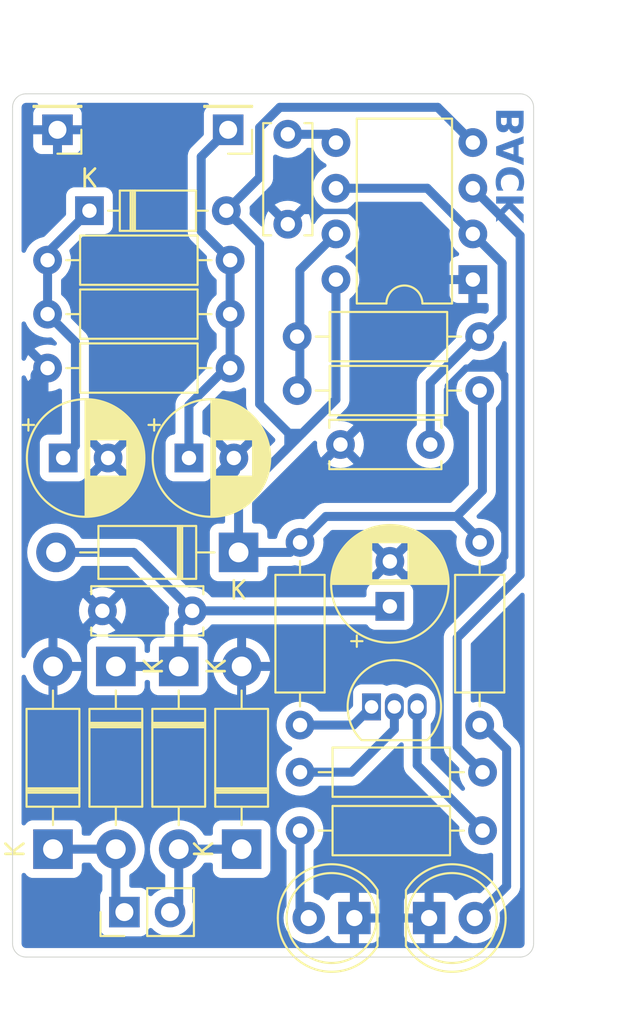
<source format=kicad_pcb>
(kicad_pcb (version 20240108) (generator "pcbnew") (generator_version "8.0")
  (layers (0 "F.Cu" signal) (31 "B.Cu" signal) (34 "B.Paste" user) (35 "F.Paste" user) (36 "B.SilkS" user "B.Silkscreen") (37 "F.SilkS" user "F.Silkscreen") (38 "B.Mask" user) (39 "F.Mask" user) (44 "Edge.Cuts" user))
  (net 0 "")
  (net 1 "GND")
  (net 2 "Net-(D1-K)")
  (net 3 "VCCQ")
  (net 4 "VCC")
  (net 5 "Net-(D2-A)")
  (net 6 "Net-(D4-K)")
  (net 7 "BCE")
  (net 8 "Net-(Q1-E)")
  (net 9 "Net-(Q1-C)")
  (net 10 "DC_OUT")
  (net 11 "Net-(D7-A)")
  (net 12 "Net-(D8-A)")
  (net 13 "DIS")
  (net 14 "TR")
  (net 15 "Net-(U1-Q)")
  (net 16 "Net-(U1-CV)")
  (footprint "Capacitor_THT:CP_Radial_D6.3mm_P2.50mm" (layer "F.Cu") (at 170.81762 62)
    (property "Reference" "C2" (hide yes))
    (property "Value" "1uF/50V")
    (pad "1" thru_hole rect (at 0 0) (size 1.6 1.6) (drill 0.8) (layers "*.Cu" "*.Mask") (net 10 "DC_OUT"))
    (pad "2" thru_hole circle (at 2.5 0) (size 1.6 1.6) (drill 0.8) (layers "*.Cu" "*.Mask") (net 1 "GND"))
  )
  (footprint "Resistor_THT:R_Axial_DIN0207_L6.3mm_D2.5mm_P10.16mm_Horizontal" (layer "F.Cu") (at 176.84 58.25)
    (property "Reference" "R9" (hide yes))
    (property "Value" "1.1M")
    (pad "1" thru_hole circle (at 0 0) (size 1.6 1.6) (drill 0.8) (layers "*.Cu" "*.Mask") (net 13 "DIS"))
    (pad "2" thru_hole oval (at 10.16 0) (size 1.6 1.6) (drill 0.8) (layers "*.Cu" "*.Mask") (net 4 "VCC"))
  )
  (footprint "Connector_PinHeader_2.54mm:PinHeader_1x01_P2.54mm_Vertical" (layer "F.Cu") (at 163.5 43.75 180)
    (property "Reference" "J4" (hide yes))
    (property "Value" "DC")
    (pad "1" thru_hole rect (at 0 0 180) (size 1.7 1.7) (drill 1) (layers "*.Cu" "*.Mask") (net 1 "GND"))
  )
  (footprint "Resistor_THT:R_Axial_DIN0207_L6.3mm_D2.5mm_P10.16mm_Horizontal" (layer "F.Cu") (at 187 66.69 -90)
    (property "Reference" "R5" (hide yes))
    (property "Value" "470R")
    (pad "1" thru_hole circle (at 0 0 270) (size 1.6 1.6) (drill 0.8) (layers "*.Cu" "*.Mask") (net 4 "VCC"))
    (pad "2" thru_hole oval (at 10.16 0 270) (size 1.6 1.6) (drill 0.8) (layers "*.Cu" "*.Mask") (net 12 "Net-(D8-A)"))
  )
  (footprint "Capacitor_THT:C_Disc_D6.0mm_W2.5mm_P5.00mm" (layer "F.Cu") (at 176.32 44 -90)
    (property "Reference" "C6" (hide yes))
    (property "Value" "10nF")
    (pad "1" thru_hole circle (at 0 0 270) (size 1.6 1.6) (drill 0.8) (layers "*.Cu" "*.Mask") (net 16 "Net-(U1-CV)"))
    (pad "2" thru_hole circle (at 5 0 270) (size 1.6 1.6) (drill 0.8) (layers "*.Cu" "*.Mask") (net 1 "GND"))
  )
  (footprint "Resistor_THT:R_Axial_DIN0207_L6.3mm_D2.5mm_P10.16mm_Horizontal" (layer "F.Cu") (at 162.95 57)
    (property "Reference" "R3" (hide yes))
    (property "Value" "2.7k")
    (pad "1" thru_hole circle (at 0 0) (size 1.6 1.6) (drill 0.8) (layers "*.Cu" "*.Mask") (net 1 "GND"))
    (pad "2" thru_hole oval (at 10.16 0) (size 1.6 1.6) (drill 0.8) (layers "*.Cu" "*.Mask") (net 10 "DC_OUT"))
  )
  (footprint "Capacitor_THT:C_Disc_D6.0mm_W2.5mm_P5.00mm" (layer "F.Cu") (at 166 70.5)
    (property "Reference" "C4" (hide yes))
    (property "Value" "100pF")
    (pad "1" thru_hole circle (at 0 0) (size 1.6 1.6) (drill 0.8) (layers "*.Cu" "*.Mask") (net 1 "GND"))
    (pad "2" thru_hole circle (at 5 0) (size 1.6 1.6) (drill 0.8) (layers "*.Cu" "*.Mask") (net 3 "VCCQ"))
  )
  (footprint "Resistor_THT:R_Axial_DIN0207_L6.3mm_D2.5mm_P10.16mm_Horizontal" (layer "F.Cu") (at 162.95 51)
    (property "Reference" "R2" (hide yes))
    (property "Value" "15k")
    (pad "1" thru_hole circle (at 0 0) (size 1.6 1.6) (drill 0.8) (layers "*.Cu" "*.Mask") (net 2 "Net-(D1-K)"))
    (pad "2" thru_hole oval (at 10.16 0) (size 1.6 1.6) (drill 0.8) (layers "*.Cu" "*.Mask") (net 10 "DC_OUT"))
  )
  (footprint "Package_DIP:DIP-8_W7.62mm" (layer "F.Cu") (at 186.62 52.08 180)
    (property "Reference" "U1" (hide yes))
    (property "Value" "NE555P")
    (pad "1" thru_hole rect (at 0 0 180) (size 1.6 1.6) (drill 0.8) (layers "*.Cu" "*.Mask") (net 1 "GND"))
    (pad "2" thru_hole oval (at 0 2.54 180) (size 1.6 1.6) (drill 0.8) (layers "*.Cu" "*.Mask") (net 14 "TR"))
    (pad "3" thru_hole oval (at 0 5.08 180) (size 1.6 1.6) (drill 0.8) (layers "*.Cu" "*.Mask") (net 15 "Net-(U1-Q)"))
    (pad "4" thru_hole oval (at 0 7.62 180) (size 1.6 1.6) (drill 0.8) (layers "*.Cu" "*.Mask") (net 4 "VCC"))
    (pad "5" thru_hole oval (at 7.62 7.62 180) (size 1.6 1.6) (drill 0.8) (layers "*.Cu" "*.Mask") (net 16 "Net-(U1-CV)"))
    (pad "6" thru_hole oval (at 7.62 5.08 180) (size 1.6 1.6) (drill 0.8) (layers "*.Cu" "*.Mask") (net 14 "TR"))
    (pad "7" thru_hole oval (at 7.62 2.54 180) (size 1.6 1.6) (drill 0.8) (layers "*.Cu" "*.Mask") (net 13 "DIS"))
    (pad "8" thru_hole oval (at 7.62 0 180) (size 1.6 1.6) (drill 0.8) (layers "*.Cu" "*.Mask") (net 4 "VCC"))
  )
  (footprint "Diode_THT:D_DO-41_SOD81_P10.16mm_Horizontal" (layer "F.Cu") (at 166.75 73.59 -90)
    (property "Reference" "D2" (hide yes))
    (property "Value" "1N4007")
    (fp_text user "K" (at 0 -2.1 90) (layer "F.SilkS"))
    (pad "1" thru_hole rect (at 0 0 270) (size 2.2 2.2) (drill 1.1) (layers "*.Cu" "*.Mask") (net 3 "VCCQ"))
    (pad "2" thru_hole oval (at 10.16 0 270) (size 2.2 2.2) (drill 1.1) (layers "*.Cu" "*.Mask") (net 5 "Net-(D2-A)"))
  )
  (footprint "Resistor_THT:R_Axial_DIN0207_L6.3mm_D2.5mm_P10.16mm_Horizontal" (layer "F.Cu") (at 177 82.72)
    (property "Reference" "R4" (hide yes))
    (property "Value" "220R")
    (pad "1" thru_hole circle (at 0 0) (size 1.6 1.6) (drill 0.8) (layers "*.Cu" "*.Mask") (net 11 "Net-(D7-A)"))
    (pad "2" thru_hole oval (at 10.16 0) (size 1.6 1.6) (drill 0.8) (layers "*.Cu" "*.Mask") (net 8 "Net-(Q1-E)"))
  )
  (footprint "LED_THT:LED_D5.0mm_Clear" (layer "F.Cu") (at 180.025 87.58 180)
    (property "Reference" "D7" (hide yes))
    (property "Value" "LED")
    (pad "1" thru_hole rect (at 0 0 180) (size 1.8 1.8) (drill 0.9) (layers "*.Cu" "*.Mask") (net 1 "GND"))
    (pad "2" thru_hole circle (at 2.54 0 180) (size 1.8 1.8) (drill 0.9) (layers "*.Cu" "*.Mask") (net 11 "Net-(D7-A)"))
  )
  (footprint "Diode_THT:D_DO-41_SOD81_P10.16mm_Horizontal" (layer "F.Cu") (at 173.58 67.25 180)
    (property "Reference" "D6" (hide yes))
    (property "Value" "1N4007")
    (fp_text user "K" (at 0 -2.1 0) (layer "F.SilkS"))
    (pad "1" thru_hole rect (at 0 0 180) (size 2.2 2.2) (drill 1.1) (layers "*.Cu" "*.Mask") (net 4 "VCC"))
    (pad "2" thru_hole oval (at 10.16 0 180) (size 2.2 2.2) (drill 1.1) (layers "*.Cu" "*.Mask") (net 3 "VCCQ"))
  )
  (footprint "Capacitor_THT:CP_Radial_D6.3mm_P2.50mm" (layer "F.Cu") (at 163.81762 62)
    (property "Reference" "C1" (hide yes))
    (property "Value" "10uF/50V")
    (pad "1" thru_hole rect (at 0 0) (size 1.6 1.6) (drill 0.8) (layers "*.Cu" "*.Mask") (net 2 "Net-(D1-K)"))
    (pad "2" thru_hole circle (at 2.5 0) (size 1.6 1.6) (drill 0.8) (layers "*.Cu" "*.Mask") (net 1 "GND"))
  )
  (footprint "Capacitor_THT:CP_Radial_D6.3mm_P2.50mm" (layer "F.Cu") (at 182 70.25 90)
    (property "Reference" "C3" (hide yes))
    (property "Value" "100uF/16V")
    (pad "1" thru_hole rect (at 0 0 90) (size 1.6 1.6) (drill 0.8) (layers "*.Cu" "*.Mask") (net 3 "VCCQ"))
    (pad "2" thru_hole circle (at 2.5 0 90) (size 1.6 1.6) (drill 0.8) (layers "*.Cu" "*.Mask") (net 1 "GND"))
  )
  (footprint "Diode_THT:D_DO-41_SOD81_P10.16mm_Horizontal" (layer "F.Cu") (at 170.25 73.59 -90)
    (property "Reference" "D5" (hide yes))
    (property "Value" "1N4007")
    (fp_text user "K" (at 0 -2.1 90) (layer "F.SilkS"))
    (pad "1" thru_hole rect (at 0 0 270) (size 2.2 2.2) (drill 1.1) (layers "*.Cu" "*.Mask") (net 3 "VCCQ"))
    (pad "2" thru_hole oval (at 10.16 0 270) (size 2.2 2.2) (drill 1.1) (layers "*.Cu" "*.Mask") (net 6 "Net-(D4-K)"))
  )
  (footprint "Resistor_THT:R_Axial_DIN0207_L6.3mm_D2.5mm_P10.16mm_Horizontal" (layer "F.Cu") (at 177 76.85 90)
    (property "Reference" "R6" (hide yes))
    (property "Value" "150R")
    (pad "1" thru_hole circle (at 0 0 90) (size 1.6 1.6) (drill 0.8) (layers "*.Cu" "*.Mask") (net 9 "Net-(Q1-C)"))
    (pad "2" thru_hole oval (at 10.16 0 90) (size 1.6 1.6) (drill 0.8) (layers "*.Cu" "*.Mask") (net 4 "VCC"))
  )
  (footprint "Capacitor_THT:C_Disc_D6.0mm_W2.5mm_P5.00mm" (layer "F.Cu") (at 184.25 61.25 180)
    (property "Reference" "C5" (hide yes))
    (property "Value" "100nF")
    (pad "1" thru_hole circle (at 0 0 180) (size 1.6 1.6) (drill 0.8) (layers "*.Cu" "*.Mask") (net 14 "TR"))
    (pad "2" thru_hole circle (at 5 0 180) (size 1.6 1.6) (drill 0.8) (layers "*.Cu" "*.Mask") (net 1 "GND"))
  )
  (footprint "Connector_PinHeader_2.54mm:PinHeader_1x01_P2.54mm_Vertical" (layer "F.Cu") (at 173 43.75 180)
    (property "Reference" "J3" (hide yes))
    (property "Value" "DC")
    (pad "1" thru_hole rect (at 0 0 180) (size 1.7 1.7) (drill 1) (layers "*.Cu" "*.Mask") (net 10 "DC_OUT"))
  )
  (footprint "Resistor_THT:R_Axial_DIN0207_L6.3mm_D2.5mm_P10.16mm_Horizontal" (layer "F.Cu") (at 187.16 79.47 180)
    (property "Reference" "R8" (hide yes))
    (property "Value" "1.5k")
    (pad "1" thru_hole circle (at 0 0 180) (size 1.6 1.6) (drill 0.8) (layers "*.Cu" "*.Mask") (net 15 "Net-(U1-Q)"))
    (pad "2" thru_hole oval (at 10.16 0 180) (size 1.6 1.6) (drill 0.8) (layers "*.Cu" "*.Mask") (net 7 "BCE"))
  )
  (footprint "LED_THT:LED_D5.0mm_Clear" (layer "F.Cu") (at 184.185 87.58)
    (property "Reference" "D8" (hide yes))
    (property "Value" "LED")
    (pad "1" thru_hole rect (at 0 0) (size 1.8 1.8) (drill 0.9) (layers "*.Cu" "*.Mask") (net 1 "GND"))
    (pad "2" thru_hole circle (at 2.54 0) (size 1.8 1.8) (drill 0.9) (layers "*.Cu" "*.Mask") (net 12 "Net-(D8-A)"))
  )
  (footprint "Diode_THT:D_DO-41_SOD81_P10.16mm_Horizontal" (layer "F.Cu") (at 163.25 83.75 90)
    (property "Reference" "D3" (hide yes))
    (property "Value" "1N4007")
    (fp_text user "K" (at 0 -2.1 90) (layer "F.SilkS"))
    (pad "1" thru_hole rect (at 0 0 90) (size 2.2 2.2) (drill 1.1) (layers "*.Cu" "*.Mask") (net 5 "Net-(D2-A)"))
    (pad "2" thru_hole oval (at 10.16 0 90) (size 2.2 2.2) (drill 1.1) (layers "*.Cu" "*.Mask") (net 1 "GND"))
  )
  (footprint "Connector_PinHeader_2.54mm:PinHeader_1x02_P2.54mm_Vertical" (layer "F.Cu") (at 167.225 87.25 90)
    (property "Reference" "J1" (hide yes))
    (property "Value" "Conn_01x02_Pin")
    (pad "1" thru_hole rect (at 0 0 90) (size 1.7 1.7) (drill 1) (layers "*.Cu" "*.Mask") (net 5 "Net-(D2-A)"))
    (pad "2" thru_hole oval (at 0 2.54 90) (size 1.7 1.7) (drill 1) (layers "*.Cu" "*.Mask") (net 6 "Net-(D4-K)"))
  )
  (footprint "Package_TO_SOT_THT:TO-92_Inline" (layer "F.Cu") (at 180.98 75.84)
    (property "Reference" "Q1" (hide yes))
    (property "Value" "BC547")
    (pad "1" thru_hole rect (at 0 0) (size 1.05 1.5) (drill 0.75) (layers "*.Cu" "*.Mask") (net 9 "Net-(Q1-C)"))
    (pad "2" thru_hole oval (at 1.27 0) (size 1.05 1.5) (drill 0.75) (layers "*.Cu" "*.Mask") (net 7 "BCE"))
    (pad "3" thru_hole oval (at 2.54 0) (size 1.05 1.5) (drill 0.75) (layers "*.Cu" "*.Mask") (net 8 "Net-(Q1-E)"))
  )
  (footprint "Diode_THT:D_DO-41_SOD81_P10.16mm_Horizontal" (layer "F.Cu") (at 173.75 83.75 90)
    (property "Reference" "D4" (hide yes))
    (property "Value" "1N4007")
    (fp_text user "K" (at 0 -2.1 90) (layer "F.SilkS"))
    (pad "1" thru_hole rect (at 0 0 90) (size 2.2 2.2) (drill 1.1) (layers "*.Cu" "*.Mask") (net 6 "Net-(D4-K)"))
    (pad "2" thru_hole oval (at 10.16 0 90) (size 2.2 2.2) (drill 1.1) (layers "*.Cu" "*.Mask") (net 1 "GND"))
  )
  (footprint "Resistor_THT:R_Axial_DIN0207_L6.3mm_D2.5mm_P10.16mm_Horizontal" (layer "F.Cu") (at 176.84 55.25)
    (property "Reference" "R7" (hide yes))
    (property "Value" "680k")
    (pad "1" thru_hole circle (at 0 0) (size 1.6 1.6) (drill 0.8) (layers "*.Cu" "*.Mask") (net 13 "DIS"))
    (pad "2" thru_hole oval (at 10.16 0) (size 1.6 1.6) (drill 0.8) (layers "*.Cu" "*.Mask") (net 14 "TR"))
  )
  (footprint "Diode_THT:D_DO-35_SOD27_P7.62mm_Horizontal" (layer "F.Cu") (at 165.28 48.25)
    (property "Reference" "D1" (hide yes))
    (property "Value" "1N4148")
    (fp_text user "K" (at 0 -1.8 0) (layer "F.SilkS"))
    (pad "1" thru_hole rect (at 0 0) (size 1.6 1.6) (drill 0.8) (layers "*.Cu" "*.Mask") (net 2 "Net-(D1-K)"))
    (pad "2" thru_hole oval (at 7.62 0) (size 1.6 1.6) (drill 0.8) (layers "*.Cu" "*.Mask") (net 4 "VCC"))
  )
  (footprint "Resistor_THT:R_Axial_DIN0207_L6.3mm_D2.5mm_P10.16mm_Horizontal" (layer "F.Cu") (at 162.95 54)
    (property "Reference" "R1" (hide yes))
    (property "Value" "22k")
    (pad "1" thru_hole circle (at 0 0) (size 1.6 1.6) (drill 0.8) (layers "*.Cu" "*.Mask") (net 2 "Net-(D1-K)"))
    (pad "2" thru_hole oval (at 10.16 0) (size 1.6 1.6) (drill 0.8) (layers "*.Cu" "*.Mask") (net 10 "DC_OUT"))
  )
  (gr_arc (start 161 42.5) (mid 161.21967 41.96967) (end 161.75 41.75) (stroke (width 0.05)) (layer "Edge.Cuts"))
  (gr_line (start 161 42.5) (end 161 89) (stroke (width 0.05)) (layer "Edge.Cuts"))
  (gr_line (start 161.75 41.75) (end 189.25 41.75) (stroke (width 0.05)) (layer "Edge.Cuts"))
  (gr_line (start 190 89) (end 190 42.5) (stroke (width 0.05)) (layer "Edge.Cuts"))
  (gr_line (start 161.75 89.75) (end 189.25 89.75) (stroke (width 0.05)) (layer "Edge.Cuts"))
  (gr_arc (start 190 89) (mid 189.78033 89.53033) (end 189.25 89.75) (stroke (width 0.05)) (layer "Edge.Cuts"))
  (gr_arc (start 161.75 89.75) (mid 161.21967 89.53033) (end 161 89) (stroke (width 0.05)) (layer "Edge.Cuts"))
  (gr_arc (start 189.25 41.75) (mid 189.78033 41.96967) (end 190 42.5) (stroke (width 0.05)) (layer "Edge.Cuts"))
  (gr_text "BACK" (at 189.7 42.5 90) (layer "B.Cu") (effects (font (size 1.5 1.5) (thickness 0.3) (bold yes)) (justify left bottom mirror)))
  (segment (start 176.32 49) (end 177.03 48.29) (width 0.3) (layer "B.Cu") (net 1))
  (segment (start 188.4 57.4) (end 188 57) (width 0.4) (layer "B.Cu") (net 1))
  (segment (start 185.25 58) (end 185.25 59) (width 0.4) (layer "B.Cu") (net 1))
  (segment (start 182.75 68.5) (end 187.375 68.5) (width 0.4) (layer "B.Cu") (net 1))
  (segment (start 162.5 57.45) (end 162.5 59.75) (width 1) (layer "B.Cu") (net 1))
  (segment (start 173.31762 62.68238) (end 172.5 63.5) (width 0.7) (layer "B.Cu") (net 1))
  (segment (start 162.95 57) (end 162.5 57.45) (width 1) (layer "B.Cu") (net 1))
  (segment (start 188 57) (end 186.25 57) (width 0.4) (layer "B.Cu") (net 1))
  (segment (start 177.03 48.29) (end 180.29 48.29) (width 0.3) (layer "B.Cu") (net 1))
  (segment (start 186.25 57) (end 185.25 58) (width 0.4) (layer "B.Cu") (net 1))
  (segment (start 182 67.75) (end 182.75 68.5) (width 0.4) (layer "B.Cu") (net 1))
  (segment (start 187.375 68.5) (end 188.4 67.475) (width 0.4) (layer "B.Cu") (net 1))
  (segment (start 173.31762 62) (end 173.31762 62.68238) (width 0.7) (layer "B.Cu") (net 1))
  (segment (start 188.4 67.475) (end 188.4 57.4) (width 0.4) (layer "B.Cu") (net 1))
  (segment (start 164.5 55.55) (end 164.5 61.31762) (width 0.5) (layer "B.Cu") (net 2))
  (segment (start 164.5 61.31762) (end 163.81762 62) (width 0.5) (layer "B.Cu") (net 2))
  (segment (start 165.28 48.25) (end 162.95 50.58) (width 0.5) (layer "B.Cu") (net 2))
  (segment (start 162.95 54) (end 164.5 55.55) (width 0.5) (layer "B.Cu") (net 2))
  (segment (start 162.95 50.58) (end 162.95 54) (width 0.5) (layer "B.Cu") (net 2))
  (segment (start 170.25 73.59) (end 170.25 71.25) (width 0.5) (layer "B.Cu") (net 3))
  (segment (start 170.25 71.25) (end 171 70.5) (width 0.5) (layer "B.Cu") (net 3))
  (segment (start 166.75 73.59) (end 170.25 73.59) (width 0.5) (layer "B.Cu") (net 3))
  (segment (start 167.75 67.25) (end 171 70.5) (width 0.5) (layer "B.Cu") (net 3))
  (segment (start 171 70.5) (end 181.75 70.5) (width 0.5) (layer "B.Cu") (net 3))
  (segment (start 181.75 70.5) (end 182 70.25) (width 0.5) (layer "B.Cu") (net 3))
  (segment (start 163.42 67.25) (end 167.75 67.25) (width 0.5) (layer "B.Cu") (net 3))
  (segment (start 174.75 46.4) (end 172.9 48.25) (width 0.5) (layer "B.Cu") (net 4))
  (segment (start 176.75 61) (end 176.125 61.625) (width 0.5) (layer "B.Cu") (net 4))
  (segment (start 173.58 64.17) (end 173.58 67.25) (width 0.5) (layer "B.Cu") (net 4))
  (segment (start 184.66 42.5) (end 175.875 42.5) (width 0.5) (layer "B.Cu") (net 4))
  (segment (start 179 52.08) (end 179 58.75) (width 0.5) (layer "B.Cu") (net 4))
  (segment (start 185.71 65.25) (end 187.15 66.69) (width 0.5) (layer "B.Cu") (net 4))
  (segment (start 174.75 43.625) (end 174.75 46.4) (width 0.5) (layer "B.Cu") (net 4))
  (segment (start 187.15 58.25) (end 187.15 63.81) (width 0.5) (layer "B.Cu") (net 4))
  (segment (start 177 67.25) (end 177.5 66.75) (width 0.5) (layer "B.Cu") (net 4))
  (segment (start 176.125 61.625) (end 173.58 64.17) (width 0.5) (layer "B.Cu") (net 4))
  (segment (start 187.15 63.81) (end 185.71 65.25) (width 0.5) (layer "B.Cu") (net 4))
  (segment (start 176.375 61.375) (end 176.375 60.625) (width 0.5) (layer "B.Cu") (net 4))
  (segment (start 176.125 61.625) (end 176.375 61.375) (width 0.5) (layer "B.Cu") (net 4))
  (segment (start 177.125 60.625) (end 176.75 61) (width 0.5) (layer "B.Cu") (net 4))
  (segment (start 173.58 67.25) (end 176.44 67.25) (width 0.5) (layer "B.Cu") (net 4))
  (segment (start 176.25 60.5) (end 176.375 60.625) (width 0.5) (layer "B.Cu") (net 4))
  (segment (start 179 58.75) (end 177.125 60.625) (width 0.5) (layer "B.Cu") (net 4))
  (segment (start 186.62 44.46) (end 184.66 42.5) (width 0.5) (layer "B.Cu") (net 4))
  (segment (start 172.9 48.25) (end 174.75 50.1) (width 0.5) (layer "B.Cu") (net 4))
  (segment (start 176.44 67.25) (end 177 66.69) (width 0.5) (layer "B.Cu") (net 4))
  (segment (start 174.75 50.1) (end 174.75 59) (width 0.5) (layer "B.Cu") (net 4))
  (segment (start 176.25 60.5) (end 176.75 61) (width 0.5) (layer "B.Cu") (net 4))
  (segment (start 177 66.69) (end 178.44 65.25) (width 0.5) (layer "B.Cu") (net 4))
  (segment (start 176.375 60.625) (end 177.125 60.625) (width 0.5) (layer "B.Cu") (net 4))
  (segment (start 174.75 59) (end 176.25 60.5) (width 0.5) (layer "B.Cu") (net 4))
  (segment (start 178.44 65.25) (end 185.71 65.25) (width 0.5) (layer "B.Cu") (net 4))
  (segment (start 175.875 42.5) (end 174.75 43.625) (width 0.5) (layer "B.Cu") (net 4))
  (segment (start 166.75 83.75) (end 163.25 83.75) (width 0.5) (layer "B.Cu") (net 5))
  (segment (start 166.75 86.775) (end 167.225 87.25) (width 0.5) (layer "B.Cu") (net 5))
  (segment (start 166.75 83.75) (end 166.75 86.775) (width 0.5) (layer "B.Cu") (net 5))
  (segment (start 170.25 83.75) (end 170.25 86.765) (width 0.5) (layer "B.Cu") (net 6))
  (segment (start 170.25 83.75) (end 173.75 83.75) (width 0.5) (layer "B.Cu") (net 6))
  (segment (start 170.25 86.765) (end 169.765 87.25) (width 0.5) (layer "B.Cu") (net 6))
  (segment (start 182.25 77.09) (end 179.87 79.47) (width 0.5) (layer "B.Cu") (net 7))
  (segment (start 182.25 75.84) (end 182.25 77.09) (width 0.5) (layer "B.Cu") (net 7))
  (segment (start 179.87 79.47) (end 177 79.47) (width 0.5) (layer "B.Cu") (net 7))
  (segment (start 183.52 75.84) (end 183.52 79.08) (width 0.5) (layer "B.Cu") (net 8))
  (segment (start 183.52 79.08) (end 187.16 82.72) (width 0.5) (layer "B.Cu") (net 8))
  (segment (start 177 76.85) (end 179.97 76.85) (width 0.5) (layer "B.Cu") (net 9))
  (segment (start 179.97 76.85) (end 180.98 75.84) (width 0.5) (layer "B.Cu") (net 9))
  (segment (start 173.11 51.2) (end 173.11 56.8) (width 0.5) (layer "B.Cu") (net 10))
  (segment (start 170.81762 62) (end 170.81762 59.06238) (width 0.5) (layer "B.Cu") (net 10))
  (segment (start 173.11 51) (end 171.5 49.39) (width 0.5) (layer "B.Cu") (net 10))
  (segment (start 173.11 56.8) (end 172.91 57) (width 0.5) (layer "B.Cu") (net 10))
  (segment (start 171.5 49.39) (end 171.5 45.25) (width 0.5) (layer "B.Cu") (net 10))
  (segment (start 171.5 45.25) (end 173 43.75) (width 0.5) (layer "B.Cu") (net 10))
  (segment (start 170.81762 59.06238) (end 172.88 57) (width 0.5) (layer "B.Cu") (net 10))
  (segment (start 172.91 51) (end 173.11 51.2) (width 0.5) (layer "B.Cu") (net 10))
  (segment (start 177.485 87.58) (end 177.71 87.58) (width 0.5) (layer "B.Cu") (net 11))
  (segment (start 177 87.095) (end 177.485 87.58) (width 0.5) (layer "B.Cu") (net 11))
  (segment (start 177 82.72) (end 177 87.095) (width 0.5) (layer "B.Cu") (net 11))
  (segment (start 186.725 87.58) (end 188.5 85.805) (width 0.5) (layer "B.Cu") (net 12))
  (segment (start 188.5 85.805) (end 188.5 78.2) (width 0.5) (layer "B.Cu") (net 12))
  (segment (start 188.5 78.2) (end 187.15 76.85) (width 0.5) (layer "B.Cu") (net 12))
  (segment (start 176.99 55.25) (end 176.99 51.55) (width 0.5) (layer "B.Cu") (net 13))
  (segment (start 176.99 58.25) (end 176.99 55.25) (width 0.5) (layer "B.Cu") (net 13))
  (segment (start 176.99 51.55) (end 179 49.54) (width 0.5) (layer "B.Cu") (net 13))
  (segment (start 184.25 61.25) (end 184.25 57.83) (width 0.5) (layer "B.Cu") (net 14))
  (segment (start 187.15 55.25) (end 188.25 54.15) (width 0.5) (layer "B.Cu") (net 14))
  (segment (start 188.25 51.17) (end 186.62 49.54) (width 0.5) (layer "B.Cu") (net 14))
  (segment (start 188.25 54.15) (end 188.25 51.17) (width 0.5) (layer "B.Cu") (net 14))
  (segment (start 186.83 55.25) (end 187.15 55.25) (width 0.5) (layer "B.Cu") (net 14))
  (segment (start 184.08 47) (end 186.62 49.54) (width 0.5) (layer "B.Cu") (net 14))
  (segment (start 184.25 57.83) (end 186.83 55.25) (width 0.5) (layer "B.Cu") (net 14))
  (segment (start 179 47) (end 184.08 47) (width 0.5) (layer "B.Cu") (net 14))
  (segment (start 189.25 68.5) (end 189.25 49.63) (width 0.5) (layer "B.Cu") (net 15))
  (segment (start 185.75 78.06) (end 185.75 72) (width 0.5) (layer "B.Cu") (net 15))
  (segment (start 185.75 72) (end 189.25 68.5) (width 0.5) (layer "B.Cu") (net 15))
  (segment (start 187.16 79.47) (end 185.75 78.06) (width 0.5) (layer "B.Cu") (net 15))
  (segment (start 189.25 49.63) (end 186.62 47) (width 0.5) (layer "B.Cu") (net 15))
  (segment (start 176.32 44) (end 178.54 44) (width 0.5) (layer "B.Cu") (net 16))
  (segment (start 178.54 44) (end 179 44.46) (width 0.5) (layer "B.Cu") (net 16))
  (zone (net 1) (net_name "GND") (layer "B.Cu") (connect_pads (clearance 0.5)) (min_thickness 0.25) (fill yes (thermal_gap 0.5) (thermal_bridge_width 0.5))
    (polygon (pts (xy 190 41.75) (xy 161 41.75) (xy 161 89.75) (xy 190 89.75)))
  )
)
</source>
